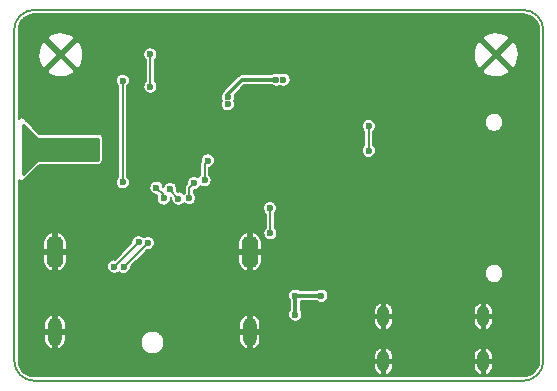
<source format=gbl>
G04 #@! TF.GenerationSoftware,KiCad,Pcbnew,5.0.1*
G04 #@! TF.CreationDate,2019-09-04T02:10:02+02:00*
G04 #@! TF.ProjectId,OtterScreen,4F7474657253637265656E2E6B696361,rev?*
G04 #@! TF.SameCoordinates,Original*
G04 #@! TF.FileFunction,Copper,L2,Bot,Signal*
G04 #@! TF.FilePolarity,Positive*
%FSLAX46Y46*%
G04 Gerber Fmt 4.6, Leading zero omitted, Abs format (unit mm)*
G04 Created by KiCad (PCBNEW 5.0.1) date Wed 04 Sep 2019 02:10:02 AM CEST*
%MOMM*%
%LPD*%
G01*
G04 APERTURE LIST*
G04 #@! TA.AperFunction,NonConductor*
%ADD10C,0.150000*%
G04 #@! TD*
G04 #@! TA.AperFunction,ComponentPad*
%ADD11O,1.400000X2.800000*%
G04 #@! TD*
G04 #@! TA.AperFunction,ComponentPad*
%ADD12O,1.200000X2.400000*%
G04 #@! TD*
G04 #@! TA.AperFunction,ComponentPad*
%ADD13O,1.000000X1.800000*%
G04 #@! TD*
G04 #@! TA.AperFunction,ViaPad*
%ADD14C,0.600000*%
G04 #@! TD*
G04 #@! TA.AperFunction,Conductor*
%ADD15C,0.154000*%
G04 #@! TD*
G04 #@! TA.AperFunction,Conductor*
%ADD16C,0.300000*%
G04 #@! TD*
G04 #@! TA.AperFunction,Conductor*
%ADD17C,0.254000*%
G04 #@! TD*
G04 #@! TA.AperFunction,Conductor*
%ADD18C,0.200000*%
G04 #@! TD*
G04 APERTURE END LIST*
D10*
X164099999Y-114200001D02*
G75*
G02X165800000Y-115900000I1J-1700000D01*
G01*
X121000001Y-115900001D02*
G75*
G02X122700000Y-114200000I1700000J1D01*
G01*
X122700001Y-145599999D02*
G75*
G02X121000000Y-143900000I-1J1700000D01*
G01*
X165800000Y-143900000D02*
G75*
G02X164100000Y-145600000I-1700000J0D01*
G01*
X164100000Y-145600000D02*
X136200000Y-145600000D01*
X165800000Y-115900000D02*
X165800000Y-143900000D01*
X122700000Y-114200000D02*
X164099999Y-114200001D01*
X121000000Y-143900000D02*
X121000001Y-115900001D01*
X136200000Y-145600000D02*
X122700001Y-145599999D01*
D11*
G04 #@! TO.P,J1,S1*
G04 #@! TO.N,GND*
X124450000Y-134690000D03*
D12*
G04 #@! TO.P,J1,S3*
X124450000Y-141470000D03*
D11*
G04 #@! TO.P,J1,S2*
X140950000Y-134690000D03*
D12*
G04 #@! TO.P,J1,S4*
X140950000Y-141470000D03*
G04 #@! TD*
D13*
G04 #@! TO.P,J2,7*
G04 #@! TO.N,GND*
X152270000Y-140150000D03*
X160730000Y-140150000D03*
X152270000Y-143950000D03*
X160730000Y-143950000D03*
G04 #@! TD*
D14*
G04 #@! TO.N,GND*
X143020000Y-124200000D03*
X142070000Y-124200000D03*
X151020000Y-117660000D03*
X151000000Y-118540000D03*
X137800000Y-143400000D03*
X139280000Y-131370000D03*
X136880000Y-133870000D03*
X134720000Y-133840000D03*
X143420000Y-136890000D03*
X143640000Y-134430000D03*
X146480000Y-139310000D03*
X148770000Y-136970000D03*
X148790000Y-139380000D03*
X147050000Y-141370000D03*
X144450000Y-142310000D03*
X154600000Y-135940000D03*
X155560000Y-127670000D03*
X149780000Y-126220000D03*
X145650000Y-126410000D03*
X145510000Y-130130000D03*
X139150000Y-128060000D03*
X137950000Y-125070000D03*
X137950000Y-122630000D03*
X137950000Y-120590000D03*
X138190000Y-127660000D03*
X140330000Y-117860000D03*
X142410000Y-117810000D03*
X144890000Y-117800000D03*
X138140000Y-117760000D03*
X133700000Y-117740000D03*
X130120000Y-117720000D03*
X131740000Y-118200000D03*
X130000000Y-115040000D03*
X133430000Y-114980000D03*
X136990000Y-115070000D03*
X139050000Y-114980000D03*
X126070000Y-123780000D03*
X128990000Y-122980000D03*
X127500000Y-123760000D03*
X122170000Y-123400000D03*
X124200000Y-122040000D03*
X126070000Y-127960000D03*
X128460000Y-128710000D03*
X127460000Y-131860000D03*
X127860000Y-133310000D03*
X124180000Y-132240000D03*
X122250000Y-129530000D03*
X122190000Y-131360000D03*
X127920000Y-136260000D03*
X125690000Y-138150000D03*
X126240000Y-140610000D03*
X129870000Y-137770000D03*
X132740000Y-136510000D03*
X136670000Y-136490000D03*
X139270000Y-135950000D03*
X140380000Y-137860000D03*
X149230000Y-143720000D03*
X163500000Y-140490000D03*
X163600000Y-144170000D03*
X155210000Y-137480000D03*
X153710000Y-138740000D03*
X159180000Y-138490000D03*
X158130000Y-126080000D03*
X158130000Y-130240000D03*
X158130000Y-134390000D03*
X159450000Y-122220000D03*
X155880000Y-122920000D03*
X152630000Y-123020000D03*
X149430000Y-123620000D03*
X146400000Y-123640000D03*
X145710000Y-119920000D03*
X147100000Y-114960000D03*
X153250000Y-115030000D03*
X156080000Y-115070000D03*
X158420000Y-116290000D03*
X154830000Y-121130000D03*
X147600000Y-119720000D03*
X147550000Y-118510000D03*
X141470000Y-120840000D03*
G04 #@! TO.N,+3V3*
X125800000Y-126000000D03*
X126600000Y-126000000D03*
X127400000Y-126000000D03*
G04 #@! TO.N,HPD*
X130200000Y-128800000D03*
X130200000Y-120200000D03*
G04 #@! TO.N,Net-(J1-Pad13)*
X132330000Y-133930000D03*
X130280000Y-135960000D03*
G04 #@! TO.N,Net-(J1-Pad14)*
X131530000Y-133880000D03*
X129470000Y-135930000D03*
G04 #@! TO.N,+5V*
X144800000Y-140000000D03*
X144800000Y-138400000D03*
X147000000Y-138400008D03*
G04 #@! TO.N,L3_P*
X137128990Y-128620000D03*
X137404010Y-126950000D03*
G04 #@! TO.N,L0_N*
X133040000Y-129250000D03*
X133663219Y-130163494D03*
G04 #@! TO.N,L1_N*
X134913468Y-130173379D03*
X134200000Y-129360000D03*
G04 #@! TO.N,L2_P*
X135820000Y-130130000D03*
X136221010Y-128860001D03*
G04 #@! TO.N,AUX_P*
X132530000Y-120690000D03*
X132530000Y-117970000D03*
G04 #@! TO.N,LEDA1*
X143800000Y-120100000D03*
X143200000Y-120100000D03*
X139100000Y-121600000D03*
X139100000Y-122200000D03*
G04 #@! TO.N,PWM*
X142690000Y-133110000D03*
X142660000Y-130980000D03*
X151030000Y-126130000D03*
X151030000Y-124030000D03*
G04 #@! TD*
D15*
G04 #@! TO.N,HPD*
X130200000Y-128800000D02*
X130200000Y-120200000D01*
G04 #@! TO.N,Net-(J1-Pad13)*
X132330000Y-133930000D02*
X130300000Y-135960000D01*
X130300000Y-135960000D02*
X130280000Y-135960000D01*
G04 #@! TO.N,Net-(J1-Pad14)*
X131530000Y-133880000D02*
X129480000Y-135930000D01*
X129480000Y-135930000D02*
X129470000Y-135930000D01*
D16*
G04 #@! TO.N,+5V*
X144800000Y-140000000D02*
X144800000Y-138400000D01*
X146999992Y-138400000D02*
X147000000Y-138400008D01*
X144800000Y-138400000D02*
X146999992Y-138400000D01*
D15*
G04 #@! TO.N,L3_P*
X137128990Y-128620000D02*
X137128990Y-127225020D01*
X137128990Y-127225020D02*
X137404010Y-126950000D01*
G04 #@! TO.N,L0_N*
X133663219Y-129873219D02*
X133663219Y-130163494D01*
X133040000Y-129250000D02*
X133663219Y-129873219D01*
G04 #@! TO.N,L1_N*
X134200000Y-129459911D02*
X134200000Y-129360000D01*
X134913468Y-130173379D02*
X134200000Y-129459911D01*
G04 #@! TO.N,L2_P*
X135820000Y-129261011D02*
X135921011Y-129160000D01*
X135820000Y-130130000D02*
X135820000Y-129261011D01*
X135921011Y-129160000D02*
X136221010Y-128860001D01*
G04 #@! TO.N,AUX_P*
X132530000Y-120690000D02*
X132530000Y-117970000D01*
D16*
G04 #@! TO.N,LEDA1*
X143200000Y-120100000D02*
X140300000Y-120100000D01*
X140300000Y-120100000D02*
X139100000Y-121300000D01*
X139100000Y-121300000D02*
X139100000Y-121600000D01*
D15*
G04 #@! TO.N,PWM*
X142690000Y-133110000D02*
X142690000Y-131010000D01*
X142690000Y-131010000D02*
X142660000Y-130980000D01*
X151030000Y-126130000D02*
X151030000Y-124030000D01*
G04 #@! TD*
D17*
G04 #@! TO.N,+3V3*
G36*
X122910197Y-125089803D02*
X122951399Y-125117333D01*
X123000000Y-125127000D01*
X128073000Y-125127000D01*
X128073000Y-126873000D01*
X123000000Y-126873000D01*
X122951399Y-126882667D01*
X122910197Y-126910197D01*
X121727000Y-128093394D01*
X121727000Y-123906606D01*
X122910197Y-125089803D01*
X122910197Y-125089803D01*
G37*
X122910197Y-125089803D02*
X122951399Y-125117333D01*
X123000000Y-125127000D01*
X128073000Y-125127000D01*
X128073000Y-126873000D01*
X123000000Y-126873000D01*
X122951399Y-126882667D01*
X122910197Y-126910197D01*
X121727000Y-128093394D01*
X121727000Y-123906606D01*
X122910197Y-125089803D01*
D18*
G04 #@! TO.N,GND*
G36*
X164081662Y-114575001D02*
X164357009Y-114601999D01*
X164604234Y-114676640D01*
X164832251Y-114797879D01*
X165032373Y-114961095D01*
X165196984Y-115160077D01*
X165319812Y-115387242D01*
X165396175Y-115633931D01*
X165425000Y-115908179D01*
X165425001Y-143881653D01*
X165398002Y-144157008D01*
X165323360Y-144404235D01*
X165202125Y-144632246D01*
X165038904Y-144832374D01*
X164839927Y-144996982D01*
X164612759Y-145119811D01*
X164366068Y-145196175D01*
X164091821Y-145225000D01*
X136181581Y-145225000D01*
X136181571Y-145225001D01*
X122718338Y-145224999D01*
X122442991Y-145198001D01*
X122195767Y-145123360D01*
X121967755Y-145002125D01*
X121767627Y-144838904D01*
X121603017Y-144639925D01*
X121480189Y-144412761D01*
X121403825Y-144166068D01*
X121396881Y-144100000D01*
X151470000Y-144100000D01*
X151470000Y-144500000D01*
X151514635Y-144653190D01*
X151588299Y-144794729D01*
X151688160Y-144919177D01*
X151810381Y-145021752D01*
X151950265Y-145098512D01*
X151998919Y-145102672D01*
X152120000Y-145059313D01*
X152120000Y-144100000D01*
X152420000Y-144100000D01*
X152420000Y-145059313D01*
X152541081Y-145102672D01*
X152589735Y-145098512D01*
X152729619Y-145021752D01*
X152851840Y-144919177D01*
X152951701Y-144794729D01*
X153025365Y-144653190D01*
X153070000Y-144500000D01*
X153070000Y-144100000D01*
X159930000Y-144100000D01*
X159930000Y-144500000D01*
X159974635Y-144653190D01*
X160048299Y-144794729D01*
X160148160Y-144919177D01*
X160270381Y-145021752D01*
X160410265Y-145098512D01*
X160458919Y-145102672D01*
X160580000Y-145059313D01*
X160580000Y-144100000D01*
X160880000Y-144100000D01*
X160880000Y-145059313D01*
X161001081Y-145102672D01*
X161049735Y-145098512D01*
X161189619Y-145021752D01*
X161311840Y-144919177D01*
X161411701Y-144794729D01*
X161485365Y-144653190D01*
X161530000Y-144500000D01*
X161530000Y-144100000D01*
X160880000Y-144100000D01*
X160580000Y-144100000D01*
X159930000Y-144100000D01*
X153070000Y-144100000D01*
X152420000Y-144100000D01*
X152120000Y-144100000D01*
X151470000Y-144100000D01*
X121396881Y-144100000D01*
X121374999Y-143891812D01*
X121374999Y-143400000D01*
X151470000Y-143400000D01*
X151470000Y-143800000D01*
X152120000Y-143800000D01*
X152120000Y-142840687D01*
X152420000Y-142840687D01*
X152420000Y-143800000D01*
X153070000Y-143800000D01*
X153070000Y-143400000D01*
X159930000Y-143400000D01*
X159930000Y-143800000D01*
X160580000Y-143800000D01*
X160580000Y-142840687D01*
X160880000Y-142840687D01*
X160880000Y-143800000D01*
X161530000Y-143800000D01*
X161530000Y-143400000D01*
X161485365Y-143246810D01*
X161411701Y-143105271D01*
X161311840Y-142980823D01*
X161189619Y-142878248D01*
X161049735Y-142801488D01*
X161001081Y-142797328D01*
X160880000Y-142840687D01*
X160580000Y-142840687D01*
X160458919Y-142797328D01*
X160410265Y-142801488D01*
X160270381Y-142878248D01*
X160148160Y-142980823D01*
X160048299Y-143105271D01*
X159974635Y-143246810D01*
X159930000Y-143400000D01*
X153070000Y-143400000D01*
X153025365Y-143246810D01*
X152951701Y-143105271D01*
X152851840Y-142980823D01*
X152729619Y-142878248D01*
X152589735Y-142801488D01*
X152541081Y-142797328D01*
X152420000Y-142840687D01*
X152120000Y-142840687D01*
X151998919Y-142797328D01*
X151950265Y-142801488D01*
X151810381Y-142878248D01*
X151688160Y-142980823D01*
X151588299Y-143105271D01*
X151514635Y-143246810D01*
X151470000Y-143400000D01*
X121374999Y-143400000D01*
X121374999Y-141620000D01*
X123550000Y-141620000D01*
X123550000Y-142220000D01*
X123596557Y-142392699D01*
X123675911Y-142552997D01*
X123785013Y-142694734D01*
X123919670Y-142812462D01*
X124074707Y-142901658D01*
X124163025Y-142923021D01*
X124300000Y-142881249D01*
X124300000Y-141620000D01*
X124600000Y-141620000D01*
X124600000Y-142881249D01*
X124736975Y-142923021D01*
X124825293Y-142901658D01*
X124980330Y-142812462D01*
X125114987Y-142694734D01*
X125224089Y-142552997D01*
X125303443Y-142392699D01*
X125336113Y-142271509D01*
X131700000Y-142271509D01*
X131700000Y-142468491D01*
X131738429Y-142661689D01*
X131813811Y-142843678D01*
X131923249Y-143007463D01*
X132062537Y-143146751D01*
X132226322Y-143256189D01*
X132408311Y-143331571D01*
X132601509Y-143370000D01*
X132798491Y-143370000D01*
X132991689Y-143331571D01*
X133173678Y-143256189D01*
X133337463Y-143146751D01*
X133476751Y-143007463D01*
X133586189Y-142843678D01*
X133661571Y-142661689D01*
X133700000Y-142468491D01*
X133700000Y-142271509D01*
X133661571Y-142078311D01*
X133586189Y-141896322D01*
X133476751Y-141732537D01*
X133364214Y-141620000D01*
X140050000Y-141620000D01*
X140050000Y-142220000D01*
X140096557Y-142392699D01*
X140175911Y-142552997D01*
X140285013Y-142694734D01*
X140419670Y-142812462D01*
X140574707Y-142901658D01*
X140663025Y-142923021D01*
X140800000Y-142881249D01*
X140800000Y-141620000D01*
X141100000Y-141620000D01*
X141100000Y-142881249D01*
X141236975Y-142923021D01*
X141325293Y-142901658D01*
X141480330Y-142812462D01*
X141614987Y-142694734D01*
X141724089Y-142552997D01*
X141803443Y-142392699D01*
X141850000Y-142220000D01*
X141850000Y-141620000D01*
X141100000Y-141620000D01*
X140800000Y-141620000D01*
X140050000Y-141620000D01*
X133364214Y-141620000D01*
X133337463Y-141593249D01*
X133173678Y-141483811D01*
X132991689Y-141408429D01*
X132798491Y-141370000D01*
X132601509Y-141370000D01*
X132408311Y-141408429D01*
X132226322Y-141483811D01*
X132062537Y-141593249D01*
X131923249Y-141732537D01*
X131813811Y-141896322D01*
X131738429Y-142078311D01*
X131700000Y-142271509D01*
X125336113Y-142271509D01*
X125350000Y-142220000D01*
X125350000Y-141620000D01*
X124600000Y-141620000D01*
X124300000Y-141620000D01*
X123550000Y-141620000D01*
X121374999Y-141620000D01*
X121374999Y-140720000D01*
X123550000Y-140720000D01*
X123550000Y-141320000D01*
X124300000Y-141320000D01*
X124300000Y-140058751D01*
X124600000Y-140058751D01*
X124600000Y-141320000D01*
X125350000Y-141320000D01*
X125350000Y-140720000D01*
X140050000Y-140720000D01*
X140050000Y-141320000D01*
X140800000Y-141320000D01*
X140800000Y-140058751D01*
X141100000Y-140058751D01*
X141100000Y-141320000D01*
X141850000Y-141320000D01*
X141850000Y-140720000D01*
X141803443Y-140547301D01*
X141724089Y-140387003D01*
X141614987Y-140245266D01*
X141480330Y-140127538D01*
X141325293Y-140038342D01*
X141236975Y-140016979D01*
X141100000Y-140058751D01*
X140800000Y-140058751D01*
X140663025Y-140016979D01*
X140574707Y-140038342D01*
X140419670Y-140127538D01*
X140285013Y-140245266D01*
X140175911Y-140387003D01*
X140096557Y-140547301D01*
X140050000Y-140720000D01*
X125350000Y-140720000D01*
X125303443Y-140547301D01*
X125224089Y-140387003D01*
X125114987Y-140245266D01*
X124980330Y-140127538D01*
X124825293Y-140038342D01*
X124736975Y-140016979D01*
X124600000Y-140058751D01*
X124300000Y-140058751D01*
X124163025Y-140016979D01*
X124074707Y-140038342D01*
X123919670Y-140127538D01*
X123785013Y-140245266D01*
X123675911Y-140387003D01*
X123596557Y-140547301D01*
X123550000Y-140720000D01*
X121374999Y-140720000D01*
X121374999Y-138340905D01*
X144200000Y-138340905D01*
X144200000Y-138459095D01*
X144223058Y-138575014D01*
X144268287Y-138684207D01*
X144333950Y-138782478D01*
X144350001Y-138798529D01*
X144350000Y-139601472D01*
X144333950Y-139617522D01*
X144268287Y-139715793D01*
X144223058Y-139824986D01*
X144200000Y-139940905D01*
X144200000Y-140059095D01*
X144223058Y-140175014D01*
X144268287Y-140284207D01*
X144333950Y-140382478D01*
X144417522Y-140466050D01*
X144515793Y-140531713D01*
X144624986Y-140576942D01*
X144740905Y-140600000D01*
X144859095Y-140600000D01*
X144975014Y-140576942D01*
X145084207Y-140531713D01*
X145182478Y-140466050D01*
X145266050Y-140382478D01*
X145321160Y-140300000D01*
X151470000Y-140300000D01*
X151470000Y-140700000D01*
X151514635Y-140853190D01*
X151588299Y-140994729D01*
X151688160Y-141119177D01*
X151810381Y-141221752D01*
X151950265Y-141298512D01*
X151998919Y-141302672D01*
X152120000Y-141259313D01*
X152120000Y-140300000D01*
X152420000Y-140300000D01*
X152420000Y-141259313D01*
X152541081Y-141302672D01*
X152589735Y-141298512D01*
X152729619Y-141221752D01*
X152851840Y-141119177D01*
X152951701Y-140994729D01*
X153025365Y-140853190D01*
X153070000Y-140700000D01*
X153070000Y-140300000D01*
X159930000Y-140300000D01*
X159930000Y-140700000D01*
X159974635Y-140853190D01*
X160048299Y-140994729D01*
X160148160Y-141119177D01*
X160270381Y-141221752D01*
X160410265Y-141298512D01*
X160458919Y-141302672D01*
X160580000Y-141259313D01*
X160580000Y-140300000D01*
X160880000Y-140300000D01*
X160880000Y-141259313D01*
X161001081Y-141302672D01*
X161049735Y-141298512D01*
X161189619Y-141221752D01*
X161311840Y-141119177D01*
X161411701Y-140994729D01*
X161485365Y-140853190D01*
X161530000Y-140700000D01*
X161530000Y-140300000D01*
X160880000Y-140300000D01*
X160580000Y-140300000D01*
X159930000Y-140300000D01*
X153070000Y-140300000D01*
X152420000Y-140300000D01*
X152120000Y-140300000D01*
X151470000Y-140300000D01*
X145321160Y-140300000D01*
X145331713Y-140284207D01*
X145376942Y-140175014D01*
X145400000Y-140059095D01*
X145400000Y-139940905D01*
X145376942Y-139824986D01*
X145331713Y-139715793D01*
X145266050Y-139617522D01*
X145250000Y-139601472D01*
X145250000Y-139600000D01*
X151470000Y-139600000D01*
X151470000Y-140000000D01*
X152120000Y-140000000D01*
X152120000Y-139040687D01*
X152420000Y-139040687D01*
X152420000Y-140000000D01*
X153070000Y-140000000D01*
X153070000Y-139600000D01*
X159930000Y-139600000D01*
X159930000Y-140000000D01*
X160580000Y-140000000D01*
X160580000Y-139040687D01*
X160880000Y-139040687D01*
X160880000Y-140000000D01*
X161530000Y-140000000D01*
X161530000Y-139600000D01*
X161485365Y-139446810D01*
X161411701Y-139305271D01*
X161311840Y-139180823D01*
X161189619Y-139078248D01*
X161049735Y-139001488D01*
X161001081Y-138997328D01*
X160880000Y-139040687D01*
X160580000Y-139040687D01*
X160458919Y-138997328D01*
X160410265Y-139001488D01*
X160270381Y-139078248D01*
X160148160Y-139180823D01*
X160048299Y-139305271D01*
X159974635Y-139446810D01*
X159930000Y-139600000D01*
X153070000Y-139600000D01*
X153025365Y-139446810D01*
X152951701Y-139305271D01*
X152851840Y-139180823D01*
X152729619Y-139078248D01*
X152589735Y-139001488D01*
X152541081Y-138997328D01*
X152420000Y-139040687D01*
X152120000Y-139040687D01*
X151998919Y-138997328D01*
X151950265Y-139001488D01*
X151810381Y-139078248D01*
X151688160Y-139180823D01*
X151588299Y-139305271D01*
X151514635Y-139446810D01*
X151470000Y-139600000D01*
X145250000Y-139600000D01*
X145250000Y-138850000D01*
X146601464Y-138850000D01*
X146617522Y-138866058D01*
X146715793Y-138931721D01*
X146824986Y-138976950D01*
X146940905Y-139000008D01*
X147059095Y-139000008D01*
X147175014Y-138976950D01*
X147284207Y-138931721D01*
X147382478Y-138866058D01*
X147466050Y-138782486D01*
X147531713Y-138684215D01*
X147576942Y-138575022D01*
X147600000Y-138459103D01*
X147600000Y-138340913D01*
X147576942Y-138224994D01*
X147531713Y-138115801D01*
X147466050Y-138017530D01*
X147382478Y-137933958D01*
X147284207Y-137868295D01*
X147175014Y-137823066D01*
X147059095Y-137800008D01*
X146940905Y-137800008D01*
X146824986Y-137823066D01*
X146715793Y-137868295D01*
X146617522Y-137933958D01*
X146601480Y-137950000D01*
X145198528Y-137950000D01*
X145182478Y-137933950D01*
X145084207Y-137868287D01*
X144975014Y-137823058D01*
X144859095Y-137800000D01*
X144740905Y-137800000D01*
X144624986Y-137823058D01*
X144515793Y-137868287D01*
X144417522Y-137933950D01*
X144333950Y-138017522D01*
X144268287Y-138115793D01*
X144223058Y-138224986D01*
X144200000Y-138340905D01*
X121374999Y-138340905D01*
X121374999Y-134840000D01*
X123450000Y-134840000D01*
X123450000Y-135540000D01*
X123498478Y-135732208D01*
X123583523Y-135911265D01*
X123701866Y-136070290D01*
X123848959Y-136203172D01*
X124019150Y-136304804D01*
X124147182Y-136343048D01*
X124300000Y-136302757D01*
X124300000Y-134840000D01*
X124600000Y-134840000D01*
X124600000Y-136302757D01*
X124752818Y-136343048D01*
X124880850Y-136304804D01*
X125051041Y-136203172D01*
X125198134Y-136070290D01*
X125316477Y-135911265D01*
X125335646Y-135870905D01*
X128870000Y-135870905D01*
X128870000Y-135989095D01*
X128893058Y-136105014D01*
X128938287Y-136214207D01*
X129003950Y-136312478D01*
X129087522Y-136396050D01*
X129185793Y-136461713D01*
X129294986Y-136506942D01*
X129410905Y-136530000D01*
X129529095Y-136530000D01*
X129645014Y-136506942D01*
X129754207Y-136461713D01*
X129852478Y-136396050D01*
X129860000Y-136388528D01*
X129897522Y-136426050D01*
X129995793Y-136491713D01*
X130104986Y-136536942D01*
X130220905Y-136560000D01*
X130339095Y-136560000D01*
X130455014Y-136536942D01*
X130564207Y-136491713D01*
X130654760Y-136431207D01*
X160830000Y-136431207D01*
X160830000Y-136588793D01*
X160860743Y-136743351D01*
X160921049Y-136888942D01*
X161008599Y-137019970D01*
X161120030Y-137131401D01*
X161251058Y-137218951D01*
X161396649Y-137279257D01*
X161551207Y-137310000D01*
X161708793Y-137310000D01*
X161863351Y-137279257D01*
X162008942Y-137218951D01*
X162139970Y-137131401D01*
X162251401Y-137019970D01*
X162338951Y-136888942D01*
X162399257Y-136743351D01*
X162430000Y-136588793D01*
X162430000Y-136431207D01*
X162399257Y-136276649D01*
X162338951Y-136131058D01*
X162251401Y-136000030D01*
X162139970Y-135888599D01*
X162008942Y-135801049D01*
X161863351Y-135740743D01*
X161708793Y-135710000D01*
X161551207Y-135710000D01*
X161396649Y-135740743D01*
X161251058Y-135801049D01*
X161120030Y-135888599D01*
X161008599Y-136000030D01*
X160921049Y-136131058D01*
X160860743Y-136276649D01*
X160830000Y-136431207D01*
X130654760Y-136431207D01*
X130662478Y-136426050D01*
X130746050Y-136342478D01*
X130811713Y-136244207D01*
X130856942Y-136135014D01*
X130880000Y-136019095D01*
X130880000Y-135913158D01*
X131953158Y-134840000D01*
X139950000Y-134840000D01*
X139950000Y-135540000D01*
X139998478Y-135732208D01*
X140083523Y-135911265D01*
X140201866Y-136070290D01*
X140348959Y-136203172D01*
X140519150Y-136304804D01*
X140647182Y-136343048D01*
X140800000Y-136302757D01*
X140800000Y-134840000D01*
X141100000Y-134840000D01*
X141100000Y-136302757D01*
X141252818Y-136343048D01*
X141380850Y-136304804D01*
X141551041Y-136203172D01*
X141698134Y-136070290D01*
X141816477Y-135911265D01*
X141901522Y-135732208D01*
X141950000Y-135540000D01*
X141950000Y-134840000D01*
X141100000Y-134840000D01*
X140800000Y-134840000D01*
X139950000Y-134840000D01*
X131953158Y-134840000D01*
X132264444Y-134528715D01*
X132270905Y-134530000D01*
X132389095Y-134530000D01*
X132505014Y-134506942D01*
X132614207Y-134461713D01*
X132712478Y-134396050D01*
X132796050Y-134312478D01*
X132861713Y-134214207D01*
X132906942Y-134105014D01*
X132930000Y-133989095D01*
X132930000Y-133870905D01*
X132923853Y-133840000D01*
X139950000Y-133840000D01*
X139950000Y-134540000D01*
X140800000Y-134540000D01*
X140800000Y-133077243D01*
X141100000Y-133077243D01*
X141100000Y-134540000D01*
X141950000Y-134540000D01*
X141950000Y-133840000D01*
X141901522Y-133647792D01*
X141816477Y-133468735D01*
X141698134Y-133309710D01*
X141551041Y-133176828D01*
X141380850Y-133075196D01*
X141252818Y-133036952D01*
X141100000Y-133077243D01*
X140800000Y-133077243D01*
X140647182Y-133036952D01*
X140519150Y-133075196D01*
X140348959Y-133176828D01*
X140201866Y-133309710D01*
X140083523Y-133468735D01*
X139998478Y-133647792D01*
X139950000Y-133840000D01*
X132923853Y-133840000D01*
X132906942Y-133754986D01*
X132861713Y-133645793D01*
X132796050Y-133547522D01*
X132712478Y-133463950D01*
X132614207Y-133398287D01*
X132505014Y-133353058D01*
X132389095Y-133330000D01*
X132270905Y-133330000D01*
X132154986Y-133353058D01*
X132045793Y-133398287D01*
X131956487Y-133457959D01*
X131912478Y-133413950D01*
X131814207Y-133348287D01*
X131705014Y-133303058D01*
X131589095Y-133280000D01*
X131470905Y-133280000D01*
X131354986Y-133303058D01*
X131245793Y-133348287D01*
X131147522Y-133413950D01*
X131063950Y-133497522D01*
X130998287Y-133595793D01*
X130953058Y-133704986D01*
X130930000Y-133820905D01*
X130930000Y-133939095D01*
X130931285Y-133945556D01*
X129543897Y-135332944D01*
X129529095Y-135330000D01*
X129410905Y-135330000D01*
X129294986Y-135353058D01*
X129185793Y-135398287D01*
X129087522Y-135463950D01*
X129003950Y-135547522D01*
X128938287Y-135645793D01*
X128893058Y-135754986D01*
X128870000Y-135870905D01*
X125335646Y-135870905D01*
X125401522Y-135732208D01*
X125450000Y-135540000D01*
X125450000Y-134840000D01*
X124600000Y-134840000D01*
X124300000Y-134840000D01*
X123450000Y-134840000D01*
X121374999Y-134840000D01*
X121374999Y-133840000D01*
X123450000Y-133840000D01*
X123450000Y-134540000D01*
X124300000Y-134540000D01*
X124300000Y-133077243D01*
X124600000Y-133077243D01*
X124600000Y-134540000D01*
X125450000Y-134540000D01*
X125450000Y-133840000D01*
X125401522Y-133647792D01*
X125316477Y-133468735D01*
X125198134Y-133309710D01*
X125051041Y-133176828D01*
X124880850Y-133075196D01*
X124752818Y-133036952D01*
X124600000Y-133077243D01*
X124300000Y-133077243D01*
X124147182Y-133036952D01*
X124019150Y-133075196D01*
X123848959Y-133176828D01*
X123701866Y-133309710D01*
X123583523Y-133468735D01*
X123498478Y-133647792D01*
X123450000Y-133840000D01*
X121374999Y-133840000D01*
X121374999Y-130920905D01*
X142060000Y-130920905D01*
X142060000Y-131039095D01*
X142083058Y-131155014D01*
X142128287Y-131264207D01*
X142193950Y-131362478D01*
X142277522Y-131446050D01*
X142313001Y-131469756D01*
X142313000Y-132640290D01*
X142307522Y-132643950D01*
X142223950Y-132727522D01*
X142158287Y-132825793D01*
X142113058Y-132934986D01*
X142090000Y-133050905D01*
X142090000Y-133169095D01*
X142113058Y-133285014D01*
X142158287Y-133394207D01*
X142223950Y-133492478D01*
X142307522Y-133576050D01*
X142405793Y-133641713D01*
X142514986Y-133686942D01*
X142630905Y-133710000D01*
X142749095Y-133710000D01*
X142865014Y-133686942D01*
X142974207Y-133641713D01*
X143072478Y-133576050D01*
X143156050Y-133492478D01*
X143221713Y-133394207D01*
X143266942Y-133285014D01*
X143290000Y-133169095D01*
X143290000Y-133050905D01*
X143266942Y-132934986D01*
X143221713Y-132825793D01*
X143156050Y-132727522D01*
X143072478Y-132643950D01*
X143067000Y-132640290D01*
X143067000Y-131421528D01*
X143126050Y-131362478D01*
X143191713Y-131264207D01*
X143236942Y-131155014D01*
X143260000Y-131039095D01*
X143260000Y-130920905D01*
X143236942Y-130804986D01*
X143191713Y-130695793D01*
X143126050Y-130597522D01*
X143042478Y-130513950D01*
X142944207Y-130448287D01*
X142835014Y-130403058D01*
X142719095Y-130380000D01*
X142600905Y-130380000D01*
X142484986Y-130403058D01*
X142375793Y-130448287D01*
X142277522Y-130513950D01*
X142193950Y-130597522D01*
X142128287Y-130695793D01*
X142083058Y-130804986D01*
X142060000Y-130920905D01*
X121374999Y-130920905D01*
X121375000Y-128592874D01*
X121387868Y-128612132D01*
X121485195Y-128677164D01*
X121600000Y-128700000D01*
X121714805Y-128677164D01*
X121812132Y-128612132D01*
X123124264Y-127300000D01*
X128200000Y-127300000D01*
X128314805Y-127277164D01*
X128412132Y-127212132D01*
X128477164Y-127114805D01*
X128500000Y-127000000D01*
X128500000Y-125000000D01*
X128477164Y-124885195D01*
X128412132Y-124787868D01*
X128314805Y-124722836D01*
X128200000Y-124700000D01*
X123124264Y-124700000D01*
X121812132Y-123387868D01*
X121714805Y-123322836D01*
X121600000Y-123300000D01*
X121485195Y-123322836D01*
X121387868Y-123387868D01*
X121375000Y-123407126D01*
X121375000Y-120140905D01*
X129600000Y-120140905D01*
X129600000Y-120259095D01*
X129623058Y-120375014D01*
X129668287Y-120484207D01*
X129733950Y-120582478D01*
X129817522Y-120666050D01*
X129823001Y-120669711D01*
X129823000Y-128330290D01*
X129817522Y-128333950D01*
X129733950Y-128417522D01*
X129668287Y-128515793D01*
X129623058Y-128624986D01*
X129600000Y-128740905D01*
X129600000Y-128859095D01*
X129623058Y-128975014D01*
X129668287Y-129084207D01*
X129733950Y-129182478D01*
X129817522Y-129266050D01*
X129915793Y-129331713D01*
X130024986Y-129376942D01*
X130140905Y-129400000D01*
X130259095Y-129400000D01*
X130375014Y-129376942D01*
X130484207Y-129331713D01*
X130582478Y-129266050D01*
X130657623Y-129190905D01*
X132440000Y-129190905D01*
X132440000Y-129309095D01*
X132463058Y-129425014D01*
X132508287Y-129534207D01*
X132573950Y-129632478D01*
X132657522Y-129716050D01*
X132755793Y-129781713D01*
X132864986Y-129826942D01*
X132980905Y-129850000D01*
X133099095Y-129850000D01*
X133105556Y-129848715D01*
X133133357Y-129876516D01*
X133131506Y-129879287D01*
X133086277Y-129988480D01*
X133063219Y-130104399D01*
X133063219Y-130222589D01*
X133086277Y-130338508D01*
X133131506Y-130447701D01*
X133197169Y-130545972D01*
X133280741Y-130629544D01*
X133379012Y-130695207D01*
X133488205Y-130740436D01*
X133604124Y-130763494D01*
X133722314Y-130763494D01*
X133838233Y-130740436D01*
X133947426Y-130695207D01*
X134045697Y-130629544D01*
X134129269Y-130545972D01*
X134194932Y-130447701D01*
X134240161Y-130338508D01*
X134263219Y-130222589D01*
X134263219Y-130104399D01*
X134251273Y-130044342D01*
X134314753Y-130107823D01*
X134313468Y-130114284D01*
X134313468Y-130232474D01*
X134336526Y-130348393D01*
X134381755Y-130457586D01*
X134447418Y-130555857D01*
X134530990Y-130639429D01*
X134629261Y-130705092D01*
X134738454Y-130750321D01*
X134854373Y-130773379D01*
X134972563Y-130773379D01*
X135088482Y-130750321D01*
X135197675Y-130705092D01*
X135295946Y-130639429D01*
X135379518Y-130555857D01*
X135386652Y-130545180D01*
X135437522Y-130596050D01*
X135535793Y-130661713D01*
X135644986Y-130706942D01*
X135760905Y-130730000D01*
X135879095Y-130730000D01*
X135995014Y-130706942D01*
X136104207Y-130661713D01*
X136202478Y-130596050D01*
X136286050Y-130512478D01*
X136351713Y-130414207D01*
X136396942Y-130305014D01*
X136420000Y-130189095D01*
X136420000Y-130070905D01*
X136396942Y-129954986D01*
X136351713Y-129845793D01*
X136286050Y-129747522D01*
X136202478Y-129663950D01*
X136197000Y-129660290D01*
X136197000Y-129460001D01*
X136280105Y-129460001D01*
X136396024Y-129436943D01*
X136505217Y-129391714D01*
X136603488Y-129326051D01*
X136687060Y-129242479D01*
X136752723Y-129144208D01*
X136770244Y-129101908D01*
X136844783Y-129151713D01*
X136953976Y-129196942D01*
X137069895Y-129220000D01*
X137188085Y-129220000D01*
X137304004Y-129196942D01*
X137413197Y-129151713D01*
X137511468Y-129086050D01*
X137595040Y-129002478D01*
X137660703Y-128904207D01*
X137705932Y-128795014D01*
X137728990Y-128679095D01*
X137728990Y-128560905D01*
X137705932Y-128444986D01*
X137660703Y-128335793D01*
X137595040Y-128237522D01*
X137511468Y-128153950D01*
X137505990Y-128150290D01*
X137505990Y-127541470D01*
X137579024Y-127526942D01*
X137688217Y-127481713D01*
X137786488Y-127416050D01*
X137870060Y-127332478D01*
X137935723Y-127234207D01*
X137980952Y-127125014D01*
X138004010Y-127009095D01*
X138004010Y-126890905D01*
X137980952Y-126774986D01*
X137935723Y-126665793D01*
X137870060Y-126567522D01*
X137786488Y-126483950D01*
X137688217Y-126418287D01*
X137579024Y-126373058D01*
X137463105Y-126350000D01*
X137344915Y-126350000D01*
X137228996Y-126373058D01*
X137119803Y-126418287D01*
X137021532Y-126483950D01*
X136937960Y-126567522D01*
X136872297Y-126665793D01*
X136827068Y-126774986D01*
X136804010Y-126890905D01*
X136804010Y-127009095D01*
X136807514Y-127026710D01*
X136779002Y-127080051D01*
X136757445Y-127151115D01*
X136750167Y-127225020D01*
X136751991Y-127243542D01*
X136751990Y-128150289D01*
X136746512Y-128153950D01*
X136662940Y-128237522D01*
X136597277Y-128335793D01*
X136579756Y-128378093D01*
X136505217Y-128328288D01*
X136396024Y-128283059D01*
X136280105Y-128260001D01*
X136161915Y-128260001D01*
X136045996Y-128283059D01*
X135936803Y-128328288D01*
X135838532Y-128393951D01*
X135754960Y-128477523D01*
X135689297Y-128575794D01*
X135644068Y-128684987D01*
X135621010Y-128800906D01*
X135621010Y-128919096D01*
X135622295Y-128925558D01*
X135566514Y-128981339D01*
X135552132Y-128993142D01*
X135540329Y-129007524D01*
X135540326Y-129007527D01*
X135505020Y-129050548D01*
X135470012Y-129116042D01*
X135448455Y-129187106D01*
X135441177Y-129261011D01*
X135443001Y-129279533D01*
X135443001Y-129660289D01*
X135437522Y-129663950D01*
X135353950Y-129747522D01*
X135346816Y-129758199D01*
X135295946Y-129707329D01*
X135197675Y-129641666D01*
X135088482Y-129596437D01*
X134972563Y-129573379D01*
X134854373Y-129573379D01*
X134847912Y-129574664D01*
X134782138Y-129508891D01*
X134800000Y-129419095D01*
X134800000Y-129300905D01*
X134776942Y-129184986D01*
X134731713Y-129075793D01*
X134666050Y-128977522D01*
X134582478Y-128893950D01*
X134484207Y-128828287D01*
X134375014Y-128783058D01*
X134259095Y-128760000D01*
X134140905Y-128760000D01*
X134024986Y-128783058D01*
X133915793Y-128828287D01*
X133817522Y-128893950D01*
X133733950Y-128977522D01*
X133668287Y-129075793D01*
X133633708Y-129159274D01*
X133616942Y-129074986D01*
X133571713Y-128965793D01*
X133506050Y-128867522D01*
X133422478Y-128783950D01*
X133324207Y-128718287D01*
X133215014Y-128673058D01*
X133099095Y-128650000D01*
X132980905Y-128650000D01*
X132864986Y-128673058D01*
X132755793Y-128718287D01*
X132657522Y-128783950D01*
X132573950Y-128867522D01*
X132508287Y-128965793D01*
X132463058Y-129074986D01*
X132440000Y-129190905D01*
X130657623Y-129190905D01*
X130666050Y-129182478D01*
X130731713Y-129084207D01*
X130776942Y-128975014D01*
X130800000Y-128859095D01*
X130800000Y-128740905D01*
X130776942Y-128624986D01*
X130731713Y-128515793D01*
X130666050Y-128417522D01*
X130582478Y-128333950D01*
X130577000Y-128330290D01*
X130577000Y-123970905D01*
X150430000Y-123970905D01*
X150430000Y-124089095D01*
X150453058Y-124205014D01*
X150498287Y-124314207D01*
X150563950Y-124412478D01*
X150647522Y-124496050D01*
X150653001Y-124499711D01*
X150653000Y-125660290D01*
X150647522Y-125663950D01*
X150563950Y-125747522D01*
X150498287Y-125845793D01*
X150453058Y-125954986D01*
X150430000Y-126070905D01*
X150430000Y-126189095D01*
X150453058Y-126305014D01*
X150498287Y-126414207D01*
X150563950Y-126512478D01*
X150647522Y-126596050D01*
X150745793Y-126661713D01*
X150854986Y-126706942D01*
X150970905Y-126730000D01*
X151089095Y-126730000D01*
X151205014Y-126706942D01*
X151314207Y-126661713D01*
X151412478Y-126596050D01*
X151496050Y-126512478D01*
X151561713Y-126414207D01*
X151606942Y-126305014D01*
X151630000Y-126189095D01*
X151630000Y-126070905D01*
X151606942Y-125954986D01*
X151561713Y-125845793D01*
X151496050Y-125747522D01*
X151412478Y-125663950D01*
X151407000Y-125660290D01*
X151407000Y-124499710D01*
X151412478Y-124496050D01*
X151496050Y-124412478D01*
X151561713Y-124314207D01*
X151606942Y-124205014D01*
X151630000Y-124089095D01*
X151630000Y-123970905D01*
X151606942Y-123854986D01*
X151561713Y-123745793D01*
X151496050Y-123647522D01*
X151479735Y-123631207D01*
X160830000Y-123631207D01*
X160830000Y-123788793D01*
X160860743Y-123943351D01*
X160921049Y-124088942D01*
X161008599Y-124219970D01*
X161120030Y-124331401D01*
X161251058Y-124418951D01*
X161396649Y-124479257D01*
X161551207Y-124510000D01*
X161708793Y-124510000D01*
X161863351Y-124479257D01*
X162008942Y-124418951D01*
X162139970Y-124331401D01*
X162251401Y-124219970D01*
X162338951Y-124088942D01*
X162399257Y-123943351D01*
X162430000Y-123788793D01*
X162430000Y-123631207D01*
X162399257Y-123476649D01*
X162338951Y-123331058D01*
X162251401Y-123200030D01*
X162139970Y-123088599D01*
X162008942Y-123001049D01*
X161863351Y-122940743D01*
X161708793Y-122910000D01*
X161551207Y-122910000D01*
X161396649Y-122940743D01*
X161251058Y-123001049D01*
X161120030Y-123088599D01*
X161008599Y-123200030D01*
X160921049Y-123331058D01*
X160860743Y-123476649D01*
X160830000Y-123631207D01*
X151479735Y-123631207D01*
X151412478Y-123563950D01*
X151314207Y-123498287D01*
X151205014Y-123453058D01*
X151089095Y-123430000D01*
X150970905Y-123430000D01*
X150854986Y-123453058D01*
X150745793Y-123498287D01*
X150647522Y-123563950D01*
X150563950Y-123647522D01*
X150498287Y-123745793D01*
X150453058Y-123854986D01*
X150430000Y-123970905D01*
X130577000Y-123970905D01*
X130577000Y-121540905D01*
X138500000Y-121540905D01*
X138500000Y-121659095D01*
X138523058Y-121775014D01*
X138568287Y-121884207D01*
X138578840Y-121900000D01*
X138568287Y-121915793D01*
X138523058Y-122024986D01*
X138500000Y-122140905D01*
X138500000Y-122259095D01*
X138523058Y-122375014D01*
X138568287Y-122484207D01*
X138633950Y-122582478D01*
X138717522Y-122666050D01*
X138815793Y-122731713D01*
X138924986Y-122776942D01*
X139040905Y-122800000D01*
X139159095Y-122800000D01*
X139275014Y-122776942D01*
X139384207Y-122731713D01*
X139482478Y-122666050D01*
X139566050Y-122582478D01*
X139631713Y-122484207D01*
X139676942Y-122375014D01*
X139700000Y-122259095D01*
X139700000Y-122140905D01*
X139676942Y-122024986D01*
X139631713Y-121915793D01*
X139621160Y-121900000D01*
X139631713Y-121884207D01*
X139676942Y-121775014D01*
X139700000Y-121659095D01*
X139700000Y-121540905D01*
X139676942Y-121424986D01*
X139657748Y-121378647D01*
X140486396Y-120550000D01*
X142801472Y-120550000D01*
X142817522Y-120566050D01*
X142915793Y-120631713D01*
X143024986Y-120676942D01*
X143140905Y-120700000D01*
X143259095Y-120700000D01*
X143375014Y-120676942D01*
X143484207Y-120631713D01*
X143500000Y-120621160D01*
X143515793Y-120631713D01*
X143624986Y-120676942D01*
X143740905Y-120700000D01*
X143859095Y-120700000D01*
X143975014Y-120676942D01*
X144084207Y-120631713D01*
X144182478Y-120566050D01*
X144266050Y-120482478D01*
X144331713Y-120384207D01*
X144376942Y-120275014D01*
X144400000Y-120159095D01*
X144400000Y-120040905D01*
X144376942Y-119924986D01*
X144331713Y-119815793D01*
X144266050Y-119717522D01*
X144182478Y-119633950D01*
X144084207Y-119568287D01*
X143975014Y-119523058D01*
X143859095Y-119500000D01*
X143740905Y-119500000D01*
X143624986Y-119523058D01*
X143515793Y-119568287D01*
X143500000Y-119578840D01*
X143484207Y-119568287D01*
X143375014Y-119523058D01*
X143259095Y-119500000D01*
X143140905Y-119500000D01*
X143024986Y-119523058D01*
X142915793Y-119568287D01*
X142817522Y-119633950D01*
X142801472Y-119650000D01*
X140322091Y-119650000D01*
X140299999Y-119647824D01*
X140277907Y-119650000D01*
X140277895Y-119650000D01*
X140211785Y-119656511D01*
X140126959Y-119682243D01*
X140048783Y-119724029D01*
X139997432Y-119766172D01*
X139997428Y-119766176D01*
X139980263Y-119780263D01*
X139966176Y-119797428D01*
X138797434Y-120966171D01*
X138780263Y-120980263D01*
X138766172Y-120997433D01*
X138724029Y-121048784D01*
X138682244Y-121126959D01*
X138682243Y-121126960D01*
X138663837Y-121187635D01*
X138633950Y-121217522D01*
X138568287Y-121315793D01*
X138523058Y-121424986D01*
X138500000Y-121540905D01*
X130577000Y-121540905D01*
X130577000Y-120669710D01*
X130582478Y-120666050D01*
X130666050Y-120582478D01*
X130731713Y-120484207D01*
X130776942Y-120375014D01*
X130800000Y-120259095D01*
X130800000Y-120140905D01*
X130776942Y-120024986D01*
X130731713Y-119915793D01*
X130666050Y-119817522D01*
X130582478Y-119733950D01*
X130484207Y-119668287D01*
X130375014Y-119623058D01*
X130259095Y-119600000D01*
X130140905Y-119600000D01*
X130024986Y-119623058D01*
X129915793Y-119668287D01*
X129817522Y-119733950D01*
X129733950Y-119817522D01*
X129668287Y-119915793D01*
X129623058Y-120024986D01*
X129600000Y-120140905D01*
X121375000Y-120140905D01*
X121375000Y-119398692D01*
X123763440Y-119398692D01*
X123952627Y-119627963D01*
X124289391Y-119791260D01*
X124651542Y-119885720D01*
X125025163Y-119907713D01*
X125395895Y-119856394D01*
X125749492Y-119733734D01*
X125947373Y-119627963D01*
X126136560Y-119398692D01*
X124950000Y-118212132D01*
X123763440Y-119398692D01*
X121375000Y-119398692D01*
X121375000Y-118075163D01*
X123042287Y-118075163D01*
X123093606Y-118445895D01*
X123216266Y-118799492D01*
X123322037Y-118997373D01*
X123551308Y-119186560D01*
X124737868Y-118000000D01*
X125162132Y-118000000D01*
X126348692Y-119186560D01*
X126577963Y-118997373D01*
X126741260Y-118660609D01*
X126835720Y-118298458D01*
X126857713Y-117924837D01*
X126855785Y-117910905D01*
X131930000Y-117910905D01*
X131930000Y-118029095D01*
X131953058Y-118145014D01*
X131998287Y-118254207D01*
X132063950Y-118352478D01*
X132147522Y-118436050D01*
X132153001Y-118439711D01*
X132153000Y-120220290D01*
X132147522Y-120223950D01*
X132063950Y-120307522D01*
X131998287Y-120405793D01*
X131953058Y-120514986D01*
X131930000Y-120630905D01*
X131930000Y-120749095D01*
X131953058Y-120865014D01*
X131998287Y-120974207D01*
X132063950Y-121072478D01*
X132147522Y-121156050D01*
X132245793Y-121221713D01*
X132354986Y-121266942D01*
X132470905Y-121290000D01*
X132589095Y-121290000D01*
X132705014Y-121266942D01*
X132814207Y-121221713D01*
X132912478Y-121156050D01*
X132996050Y-121072478D01*
X133061713Y-120974207D01*
X133106942Y-120865014D01*
X133130000Y-120749095D01*
X133130000Y-120630905D01*
X133106942Y-120514986D01*
X133061713Y-120405793D01*
X132996050Y-120307522D01*
X132912478Y-120223950D01*
X132907000Y-120220290D01*
X132907000Y-119398692D01*
X160613440Y-119398692D01*
X160802627Y-119627963D01*
X161139391Y-119791260D01*
X161501542Y-119885720D01*
X161875163Y-119907713D01*
X162245895Y-119856394D01*
X162599492Y-119733734D01*
X162797373Y-119627963D01*
X162986560Y-119398692D01*
X161800000Y-118212132D01*
X160613440Y-119398692D01*
X132907000Y-119398692D01*
X132907000Y-118439710D01*
X132912478Y-118436050D01*
X132996050Y-118352478D01*
X133061713Y-118254207D01*
X133106942Y-118145014D01*
X133120836Y-118075163D01*
X159892287Y-118075163D01*
X159943606Y-118445895D01*
X160066266Y-118799492D01*
X160172037Y-118997373D01*
X160401308Y-119186560D01*
X161587868Y-118000000D01*
X162012132Y-118000000D01*
X163198692Y-119186560D01*
X163427963Y-118997373D01*
X163591260Y-118660609D01*
X163685720Y-118298458D01*
X163707713Y-117924837D01*
X163656394Y-117554105D01*
X163533734Y-117200508D01*
X163427963Y-117002627D01*
X163198692Y-116813440D01*
X162012132Y-118000000D01*
X161587868Y-118000000D01*
X160401308Y-116813440D01*
X160172037Y-117002627D01*
X160008740Y-117339391D01*
X159914280Y-117701542D01*
X159892287Y-118075163D01*
X133120836Y-118075163D01*
X133130000Y-118029095D01*
X133130000Y-117910905D01*
X133106942Y-117794986D01*
X133061713Y-117685793D01*
X132996050Y-117587522D01*
X132912478Y-117503950D01*
X132814207Y-117438287D01*
X132705014Y-117393058D01*
X132589095Y-117370000D01*
X132470905Y-117370000D01*
X132354986Y-117393058D01*
X132245793Y-117438287D01*
X132147522Y-117503950D01*
X132063950Y-117587522D01*
X131998287Y-117685793D01*
X131953058Y-117794986D01*
X131930000Y-117910905D01*
X126855785Y-117910905D01*
X126806394Y-117554105D01*
X126683734Y-117200508D01*
X126577963Y-117002627D01*
X126348692Y-116813440D01*
X125162132Y-118000000D01*
X124737868Y-118000000D01*
X123551308Y-116813440D01*
X123322037Y-117002627D01*
X123158740Y-117339391D01*
X123064280Y-117701542D01*
X123042287Y-118075163D01*
X121375000Y-118075163D01*
X121375000Y-116601308D01*
X123763440Y-116601308D01*
X124950000Y-117787868D01*
X126136560Y-116601308D01*
X160613440Y-116601308D01*
X161800000Y-117787868D01*
X162986560Y-116601308D01*
X162797373Y-116372037D01*
X162460609Y-116208740D01*
X162098458Y-116114280D01*
X161724837Y-116092287D01*
X161354105Y-116143606D01*
X161000508Y-116266266D01*
X160802627Y-116372037D01*
X160613440Y-116601308D01*
X126136560Y-116601308D01*
X125947373Y-116372037D01*
X125610609Y-116208740D01*
X125248458Y-116114280D01*
X124874837Y-116092287D01*
X124504105Y-116143606D01*
X124150508Y-116266266D01*
X123952627Y-116372037D01*
X123763440Y-116601308D01*
X121375000Y-116601308D01*
X121375001Y-115918338D01*
X121401999Y-115642991D01*
X121476640Y-115395766D01*
X121597879Y-115167749D01*
X121761095Y-114967627D01*
X121960077Y-114803016D01*
X122187242Y-114680188D01*
X122433931Y-114603825D01*
X122708188Y-114574999D01*
X164081662Y-114575001D01*
X164081662Y-114575001D01*
G37*
X164081662Y-114575001D02*
X164357009Y-114601999D01*
X164604234Y-114676640D01*
X164832251Y-114797879D01*
X165032373Y-114961095D01*
X165196984Y-115160077D01*
X165319812Y-115387242D01*
X165396175Y-115633931D01*
X165425000Y-115908179D01*
X165425001Y-143881653D01*
X165398002Y-144157008D01*
X165323360Y-144404235D01*
X165202125Y-144632246D01*
X165038904Y-144832374D01*
X164839927Y-144996982D01*
X164612759Y-145119811D01*
X164366068Y-145196175D01*
X164091821Y-145225000D01*
X136181581Y-145225000D01*
X136181571Y-145225001D01*
X122718338Y-145224999D01*
X122442991Y-145198001D01*
X122195767Y-145123360D01*
X121967755Y-145002125D01*
X121767627Y-144838904D01*
X121603017Y-144639925D01*
X121480189Y-144412761D01*
X121403825Y-144166068D01*
X121396881Y-144100000D01*
X151470000Y-144100000D01*
X151470000Y-144500000D01*
X151514635Y-144653190D01*
X151588299Y-144794729D01*
X151688160Y-144919177D01*
X151810381Y-145021752D01*
X151950265Y-145098512D01*
X151998919Y-145102672D01*
X152120000Y-145059313D01*
X152120000Y-144100000D01*
X152420000Y-144100000D01*
X152420000Y-145059313D01*
X152541081Y-145102672D01*
X152589735Y-145098512D01*
X152729619Y-145021752D01*
X152851840Y-144919177D01*
X152951701Y-144794729D01*
X153025365Y-144653190D01*
X153070000Y-144500000D01*
X153070000Y-144100000D01*
X159930000Y-144100000D01*
X159930000Y-144500000D01*
X159974635Y-144653190D01*
X160048299Y-144794729D01*
X160148160Y-144919177D01*
X160270381Y-145021752D01*
X160410265Y-145098512D01*
X160458919Y-145102672D01*
X160580000Y-145059313D01*
X160580000Y-144100000D01*
X160880000Y-144100000D01*
X160880000Y-145059313D01*
X161001081Y-145102672D01*
X161049735Y-145098512D01*
X161189619Y-145021752D01*
X161311840Y-144919177D01*
X161411701Y-144794729D01*
X161485365Y-144653190D01*
X161530000Y-144500000D01*
X161530000Y-144100000D01*
X160880000Y-144100000D01*
X160580000Y-144100000D01*
X159930000Y-144100000D01*
X153070000Y-144100000D01*
X152420000Y-144100000D01*
X152120000Y-144100000D01*
X151470000Y-144100000D01*
X121396881Y-144100000D01*
X121374999Y-143891812D01*
X121374999Y-143400000D01*
X151470000Y-143400000D01*
X151470000Y-143800000D01*
X152120000Y-143800000D01*
X152120000Y-142840687D01*
X152420000Y-142840687D01*
X152420000Y-143800000D01*
X153070000Y-143800000D01*
X153070000Y-143400000D01*
X159930000Y-143400000D01*
X159930000Y-143800000D01*
X160580000Y-143800000D01*
X160580000Y-142840687D01*
X160880000Y-142840687D01*
X160880000Y-143800000D01*
X161530000Y-143800000D01*
X161530000Y-143400000D01*
X161485365Y-143246810D01*
X161411701Y-143105271D01*
X161311840Y-142980823D01*
X161189619Y-142878248D01*
X161049735Y-142801488D01*
X161001081Y-142797328D01*
X160880000Y-142840687D01*
X160580000Y-142840687D01*
X160458919Y-142797328D01*
X160410265Y-142801488D01*
X160270381Y-142878248D01*
X160148160Y-142980823D01*
X160048299Y-143105271D01*
X159974635Y-143246810D01*
X159930000Y-143400000D01*
X153070000Y-143400000D01*
X153025365Y-143246810D01*
X152951701Y-143105271D01*
X152851840Y-142980823D01*
X152729619Y-142878248D01*
X152589735Y-142801488D01*
X152541081Y-142797328D01*
X152420000Y-142840687D01*
X152120000Y-142840687D01*
X151998919Y-142797328D01*
X151950265Y-142801488D01*
X151810381Y-142878248D01*
X151688160Y-142980823D01*
X151588299Y-143105271D01*
X151514635Y-143246810D01*
X151470000Y-143400000D01*
X121374999Y-143400000D01*
X121374999Y-141620000D01*
X123550000Y-141620000D01*
X123550000Y-142220000D01*
X123596557Y-142392699D01*
X123675911Y-142552997D01*
X123785013Y-142694734D01*
X123919670Y-142812462D01*
X124074707Y-142901658D01*
X124163025Y-142923021D01*
X124300000Y-142881249D01*
X124300000Y-141620000D01*
X124600000Y-141620000D01*
X124600000Y-142881249D01*
X124736975Y-142923021D01*
X124825293Y-142901658D01*
X124980330Y-142812462D01*
X125114987Y-142694734D01*
X125224089Y-142552997D01*
X125303443Y-142392699D01*
X125336113Y-142271509D01*
X131700000Y-142271509D01*
X131700000Y-142468491D01*
X131738429Y-142661689D01*
X131813811Y-142843678D01*
X131923249Y-143007463D01*
X132062537Y-143146751D01*
X132226322Y-143256189D01*
X132408311Y-143331571D01*
X132601509Y-143370000D01*
X132798491Y-143370000D01*
X132991689Y-143331571D01*
X133173678Y-143256189D01*
X133337463Y-143146751D01*
X133476751Y-143007463D01*
X133586189Y-142843678D01*
X133661571Y-142661689D01*
X133700000Y-142468491D01*
X133700000Y-142271509D01*
X133661571Y-142078311D01*
X133586189Y-141896322D01*
X133476751Y-141732537D01*
X133364214Y-141620000D01*
X140050000Y-141620000D01*
X140050000Y-142220000D01*
X140096557Y-142392699D01*
X140175911Y-142552997D01*
X140285013Y-142694734D01*
X140419670Y-142812462D01*
X140574707Y-142901658D01*
X140663025Y-142923021D01*
X140800000Y-142881249D01*
X140800000Y-141620000D01*
X141100000Y-141620000D01*
X141100000Y-142881249D01*
X141236975Y-142923021D01*
X141325293Y-142901658D01*
X141480330Y-142812462D01*
X141614987Y-142694734D01*
X141724089Y-142552997D01*
X141803443Y-142392699D01*
X141850000Y-142220000D01*
X141850000Y-141620000D01*
X141100000Y-141620000D01*
X140800000Y-141620000D01*
X140050000Y-141620000D01*
X133364214Y-141620000D01*
X133337463Y-141593249D01*
X133173678Y-141483811D01*
X132991689Y-141408429D01*
X132798491Y-141370000D01*
X132601509Y-141370000D01*
X132408311Y-141408429D01*
X132226322Y-141483811D01*
X132062537Y-141593249D01*
X131923249Y-141732537D01*
X131813811Y-141896322D01*
X131738429Y-142078311D01*
X131700000Y-142271509D01*
X125336113Y-142271509D01*
X125350000Y-142220000D01*
X125350000Y-141620000D01*
X124600000Y-141620000D01*
X124300000Y-141620000D01*
X123550000Y-141620000D01*
X121374999Y-141620000D01*
X121374999Y-140720000D01*
X123550000Y-140720000D01*
X123550000Y-141320000D01*
X124300000Y-141320000D01*
X124300000Y-140058751D01*
X124600000Y-140058751D01*
X124600000Y-141320000D01*
X125350000Y-141320000D01*
X125350000Y-140720000D01*
X140050000Y-140720000D01*
X140050000Y-141320000D01*
X140800000Y-141320000D01*
X140800000Y-140058751D01*
X141100000Y-140058751D01*
X141100000Y-141320000D01*
X141850000Y-141320000D01*
X141850000Y-140720000D01*
X141803443Y-140547301D01*
X141724089Y-140387003D01*
X141614987Y-140245266D01*
X141480330Y-140127538D01*
X141325293Y-140038342D01*
X141236975Y-140016979D01*
X141100000Y-140058751D01*
X140800000Y-140058751D01*
X140663025Y-140016979D01*
X140574707Y-140038342D01*
X140419670Y-140127538D01*
X140285013Y-140245266D01*
X140175911Y-140387003D01*
X140096557Y-140547301D01*
X140050000Y-140720000D01*
X125350000Y-140720000D01*
X125303443Y-140547301D01*
X125224089Y-140387003D01*
X125114987Y-140245266D01*
X124980330Y-140127538D01*
X124825293Y-140038342D01*
X124736975Y-140016979D01*
X124600000Y-140058751D01*
X124300000Y-140058751D01*
X124163025Y-140016979D01*
X124074707Y-140038342D01*
X123919670Y-140127538D01*
X123785013Y-140245266D01*
X123675911Y-140387003D01*
X123596557Y-140547301D01*
X123550000Y-140720000D01*
X121374999Y-140720000D01*
X121374999Y-138340905D01*
X144200000Y-138340905D01*
X144200000Y-138459095D01*
X144223058Y-138575014D01*
X144268287Y-138684207D01*
X144333950Y-138782478D01*
X144350001Y-138798529D01*
X144350000Y-139601472D01*
X144333950Y-139617522D01*
X144268287Y-139715793D01*
X144223058Y-139824986D01*
X144200000Y-139940905D01*
X144200000Y-140059095D01*
X144223058Y-140175014D01*
X144268287Y-140284207D01*
X144333950Y-140382478D01*
X144417522Y-140466050D01*
X144515793Y-140531713D01*
X144624986Y-140576942D01*
X144740905Y-140600000D01*
X144859095Y-140600000D01*
X144975014Y-140576942D01*
X145084207Y-140531713D01*
X145182478Y-140466050D01*
X145266050Y-140382478D01*
X145321160Y-140300000D01*
X151470000Y-140300000D01*
X151470000Y-140700000D01*
X151514635Y-140853190D01*
X151588299Y-140994729D01*
X151688160Y-141119177D01*
X151810381Y-141221752D01*
X151950265Y-141298512D01*
X151998919Y-141302672D01*
X152120000Y-141259313D01*
X152120000Y-140300000D01*
X152420000Y-140300000D01*
X152420000Y-141259313D01*
X152541081Y-141302672D01*
X152589735Y-141298512D01*
X152729619Y-141221752D01*
X152851840Y-141119177D01*
X152951701Y-140994729D01*
X153025365Y-140853190D01*
X153070000Y-140700000D01*
X153070000Y-140300000D01*
X159930000Y-140300000D01*
X159930000Y-140700000D01*
X159974635Y-140853190D01*
X160048299Y-140994729D01*
X160148160Y-141119177D01*
X160270381Y-141221752D01*
X160410265Y-141298512D01*
X160458919Y-141302672D01*
X160580000Y-141259313D01*
X160580000Y-140300000D01*
X160880000Y-140300000D01*
X160880000Y-141259313D01*
X161001081Y-141302672D01*
X161049735Y-141298512D01*
X161189619Y-141221752D01*
X161311840Y-141119177D01*
X161411701Y-140994729D01*
X161485365Y-140853190D01*
X161530000Y-140700000D01*
X161530000Y-140300000D01*
X160880000Y-140300000D01*
X160580000Y-140300000D01*
X159930000Y-140300000D01*
X153070000Y-140300000D01*
X152420000Y-140300000D01*
X152120000Y-140300000D01*
X151470000Y-140300000D01*
X145321160Y-140300000D01*
X145331713Y-140284207D01*
X145376942Y-140175014D01*
X145400000Y-140059095D01*
X145400000Y-139940905D01*
X145376942Y-139824986D01*
X145331713Y-139715793D01*
X145266050Y-139617522D01*
X145250000Y-139601472D01*
X145250000Y-139600000D01*
X151470000Y-139600000D01*
X151470000Y-140000000D01*
X152120000Y-140000000D01*
X152120000Y-139040687D01*
X152420000Y-139040687D01*
X152420000Y-140000000D01*
X153070000Y-140000000D01*
X153070000Y-139600000D01*
X159930000Y-139600000D01*
X159930000Y-140000000D01*
X160580000Y-140000000D01*
X160580000Y-139040687D01*
X160880000Y-139040687D01*
X160880000Y-140000000D01*
X161530000Y-140000000D01*
X161530000Y-139600000D01*
X161485365Y-139446810D01*
X161411701Y-139305271D01*
X161311840Y-139180823D01*
X161189619Y-139078248D01*
X161049735Y-139001488D01*
X161001081Y-138997328D01*
X160880000Y-139040687D01*
X160580000Y-139040687D01*
X160458919Y-138997328D01*
X160410265Y-139001488D01*
X160270381Y-139078248D01*
X160148160Y-139180823D01*
X160048299Y-139305271D01*
X159974635Y-139446810D01*
X159930000Y-139600000D01*
X153070000Y-139600000D01*
X153025365Y-139446810D01*
X152951701Y-139305271D01*
X152851840Y-139180823D01*
X152729619Y-139078248D01*
X152589735Y-139001488D01*
X152541081Y-138997328D01*
X152420000Y-139040687D01*
X152120000Y-139040687D01*
X151998919Y-138997328D01*
X151950265Y-139001488D01*
X151810381Y-139078248D01*
X151688160Y-139180823D01*
X151588299Y-139305271D01*
X151514635Y-139446810D01*
X151470000Y-139600000D01*
X145250000Y-139600000D01*
X145250000Y-138850000D01*
X146601464Y-138850000D01*
X146617522Y-138866058D01*
X146715793Y-138931721D01*
X146824986Y-138976950D01*
X146940905Y-139000008D01*
X147059095Y-139000008D01*
X147175014Y-138976950D01*
X147284207Y-138931721D01*
X147382478Y-138866058D01*
X147466050Y-138782486D01*
X147531713Y-138684215D01*
X147576942Y-138575022D01*
X147600000Y-138459103D01*
X147600000Y-138340913D01*
X147576942Y-138224994D01*
X147531713Y-138115801D01*
X147466050Y-138017530D01*
X147382478Y-137933958D01*
X147284207Y-137868295D01*
X147175014Y-137823066D01*
X147059095Y-137800008D01*
X146940905Y-137800008D01*
X146824986Y-137823066D01*
X146715793Y-137868295D01*
X146617522Y-137933958D01*
X146601480Y-137950000D01*
X145198528Y-137950000D01*
X145182478Y-137933950D01*
X145084207Y-137868287D01*
X144975014Y-137823058D01*
X144859095Y-137800000D01*
X144740905Y-137800000D01*
X144624986Y-137823058D01*
X144515793Y-137868287D01*
X144417522Y-137933950D01*
X144333950Y-138017522D01*
X144268287Y-138115793D01*
X144223058Y-138224986D01*
X144200000Y-138340905D01*
X121374999Y-138340905D01*
X121374999Y-134840000D01*
X123450000Y-134840000D01*
X123450000Y-135540000D01*
X123498478Y-135732208D01*
X123583523Y-135911265D01*
X123701866Y-136070290D01*
X123848959Y-136203172D01*
X124019150Y-136304804D01*
X124147182Y-136343048D01*
X124300000Y-136302757D01*
X124300000Y-134840000D01*
X124600000Y-134840000D01*
X124600000Y-136302757D01*
X124752818Y-136343048D01*
X124880850Y-136304804D01*
X125051041Y-136203172D01*
X125198134Y-136070290D01*
X125316477Y-135911265D01*
X125335646Y-135870905D01*
X128870000Y-135870905D01*
X128870000Y-135989095D01*
X128893058Y-136105014D01*
X128938287Y-136214207D01*
X129003950Y-136312478D01*
X129087522Y-136396050D01*
X129185793Y-136461713D01*
X129294986Y-136506942D01*
X129410905Y-136530000D01*
X129529095Y-136530000D01*
X129645014Y-136506942D01*
X129754207Y-136461713D01*
X129852478Y-136396050D01*
X129860000Y-136388528D01*
X129897522Y-136426050D01*
X129995793Y-136491713D01*
X130104986Y-136536942D01*
X130220905Y-136560000D01*
X130339095Y-136560000D01*
X130455014Y-136536942D01*
X130564207Y-136491713D01*
X130654760Y-136431207D01*
X160830000Y-136431207D01*
X160830000Y-136588793D01*
X160860743Y-136743351D01*
X160921049Y-136888942D01*
X161008599Y-137019970D01*
X161120030Y-137131401D01*
X161251058Y-137218951D01*
X161396649Y-137279257D01*
X161551207Y-137310000D01*
X161708793Y-137310000D01*
X161863351Y-137279257D01*
X162008942Y-137218951D01*
X162139970Y-137131401D01*
X162251401Y-137019970D01*
X162338951Y-136888942D01*
X162399257Y-136743351D01*
X162430000Y-136588793D01*
X162430000Y-136431207D01*
X162399257Y-136276649D01*
X162338951Y-136131058D01*
X162251401Y-136000030D01*
X162139970Y-135888599D01*
X162008942Y-135801049D01*
X161863351Y-135740743D01*
X161708793Y-135710000D01*
X161551207Y-135710000D01*
X161396649Y-135740743D01*
X161251058Y-135801049D01*
X161120030Y-135888599D01*
X161008599Y-136000030D01*
X160921049Y-136131058D01*
X160860743Y-136276649D01*
X160830000Y-136431207D01*
X130654760Y-136431207D01*
X130662478Y-136426050D01*
X130746050Y-136342478D01*
X130811713Y-136244207D01*
X130856942Y-136135014D01*
X130880000Y-136019095D01*
X130880000Y-135913158D01*
X131953158Y-134840000D01*
X139950000Y-134840000D01*
X139950000Y-135540000D01*
X139998478Y-135732208D01*
X140083523Y-135911265D01*
X140201866Y-136070290D01*
X140348959Y-136203172D01*
X140519150Y-136304804D01*
X140647182Y-136343048D01*
X140800000Y-136302757D01*
X140800000Y-134840000D01*
X141100000Y-134840000D01*
X141100000Y-136302757D01*
X141252818Y-136343048D01*
X141380850Y-136304804D01*
X141551041Y-136203172D01*
X141698134Y-136070290D01*
X141816477Y-135911265D01*
X141901522Y-135732208D01*
X141950000Y-135540000D01*
X141950000Y-134840000D01*
X141100000Y-134840000D01*
X140800000Y-134840000D01*
X139950000Y-134840000D01*
X131953158Y-134840000D01*
X132264444Y-134528715D01*
X132270905Y-134530000D01*
X132389095Y-134530000D01*
X132505014Y-134506942D01*
X132614207Y-134461713D01*
X132712478Y-134396050D01*
X132796050Y-134312478D01*
X132861713Y-134214207D01*
X132906942Y-134105014D01*
X132930000Y-133989095D01*
X132930000Y-133870905D01*
X132923853Y-133840000D01*
X139950000Y-133840000D01*
X139950000Y-134540000D01*
X140800000Y-134540000D01*
X140800000Y-133077243D01*
X141100000Y-133077243D01*
X141100000Y-134540000D01*
X141950000Y-134540000D01*
X141950000Y-133840000D01*
X141901522Y-133647792D01*
X141816477Y-133468735D01*
X141698134Y-133309710D01*
X141551041Y-133176828D01*
X141380850Y-133075196D01*
X141252818Y-133036952D01*
X141100000Y-133077243D01*
X140800000Y-133077243D01*
X140647182Y-133036952D01*
X140519150Y-133075196D01*
X140348959Y-133176828D01*
X140201866Y-133309710D01*
X140083523Y-133468735D01*
X139998478Y-133647792D01*
X139950000Y-133840000D01*
X132923853Y-133840000D01*
X132906942Y-133754986D01*
X132861713Y-133645793D01*
X132796050Y-133547522D01*
X132712478Y-133463950D01*
X132614207Y-133398287D01*
X132505014Y-133353058D01*
X132389095Y-133330000D01*
X132270905Y-133330000D01*
X132154986Y-133353058D01*
X132045793Y-133398287D01*
X131956487Y-133457959D01*
X131912478Y-133413950D01*
X131814207Y-133348287D01*
X131705014Y-133303058D01*
X131589095Y-133280000D01*
X131470905Y-133280000D01*
X131354986Y-133303058D01*
X131245793Y-133348287D01*
X131147522Y-133413950D01*
X131063950Y-133497522D01*
X130998287Y-133595793D01*
X130953058Y-133704986D01*
X130930000Y-133820905D01*
X130930000Y-133939095D01*
X130931285Y-133945556D01*
X129543897Y-135332944D01*
X129529095Y-135330000D01*
X129410905Y-135330000D01*
X129294986Y-135353058D01*
X129185793Y-135398287D01*
X129087522Y-135463950D01*
X129003950Y-135547522D01*
X128938287Y-135645793D01*
X128893058Y-135754986D01*
X128870000Y-135870905D01*
X125335646Y-135870905D01*
X125401522Y-135732208D01*
X125450000Y-135540000D01*
X125450000Y-134840000D01*
X124600000Y-134840000D01*
X124300000Y-134840000D01*
X123450000Y-134840000D01*
X121374999Y-134840000D01*
X121374999Y-133840000D01*
X123450000Y-133840000D01*
X123450000Y-134540000D01*
X124300000Y-134540000D01*
X124300000Y-133077243D01*
X124600000Y-133077243D01*
X124600000Y-134540000D01*
X125450000Y-134540000D01*
X125450000Y-133840000D01*
X125401522Y-133647792D01*
X125316477Y-133468735D01*
X125198134Y-133309710D01*
X125051041Y-133176828D01*
X124880850Y-133075196D01*
X124752818Y-133036952D01*
X124600000Y-133077243D01*
X124300000Y-133077243D01*
X124147182Y-133036952D01*
X124019150Y-133075196D01*
X123848959Y-133176828D01*
X123701866Y-133309710D01*
X123583523Y-133468735D01*
X123498478Y-133647792D01*
X123450000Y-133840000D01*
X121374999Y-133840000D01*
X121374999Y-130920905D01*
X142060000Y-130920905D01*
X142060000Y-131039095D01*
X142083058Y-131155014D01*
X142128287Y-131264207D01*
X142193950Y-131362478D01*
X142277522Y-131446050D01*
X142313001Y-131469756D01*
X142313000Y-132640290D01*
X142307522Y-132643950D01*
X142223950Y-132727522D01*
X142158287Y-132825793D01*
X142113058Y-132934986D01*
X142090000Y-133050905D01*
X142090000Y-133169095D01*
X142113058Y-133285014D01*
X142158287Y-133394207D01*
X142223950Y-133492478D01*
X142307522Y-133576050D01*
X142405793Y-133641713D01*
X142514986Y-133686942D01*
X142630905Y-133710000D01*
X142749095Y-133710000D01*
X142865014Y-133686942D01*
X142974207Y-133641713D01*
X143072478Y-133576050D01*
X143156050Y-133492478D01*
X143221713Y-133394207D01*
X143266942Y-133285014D01*
X143290000Y-133169095D01*
X143290000Y-133050905D01*
X143266942Y-132934986D01*
X143221713Y-132825793D01*
X143156050Y-132727522D01*
X143072478Y-132643950D01*
X143067000Y-132640290D01*
X143067000Y-131421528D01*
X143126050Y-131362478D01*
X143191713Y-131264207D01*
X143236942Y-131155014D01*
X143260000Y-131039095D01*
X143260000Y-130920905D01*
X143236942Y-130804986D01*
X143191713Y-130695793D01*
X143126050Y-130597522D01*
X143042478Y-130513950D01*
X142944207Y-130448287D01*
X142835014Y-130403058D01*
X142719095Y-130380000D01*
X142600905Y-130380000D01*
X142484986Y-130403058D01*
X142375793Y-130448287D01*
X142277522Y-130513950D01*
X142193950Y-130597522D01*
X142128287Y-130695793D01*
X142083058Y-130804986D01*
X142060000Y-130920905D01*
X121374999Y-130920905D01*
X121375000Y-128592874D01*
X121387868Y-128612132D01*
X121485195Y-128677164D01*
X121600000Y-128700000D01*
X121714805Y-128677164D01*
X121812132Y-128612132D01*
X123124264Y-127300000D01*
X128200000Y-127300000D01*
X128314805Y-127277164D01*
X128412132Y-127212132D01*
X128477164Y-127114805D01*
X128500000Y-127000000D01*
X128500000Y-125000000D01*
X128477164Y-124885195D01*
X128412132Y-124787868D01*
X128314805Y-124722836D01*
X128200000Y-124700000D01*
X123124264Y-124700000D01*
X121812132Y-123387868D01*
X121714805Y-123322836D01*
X121600000Y-123300000D01*
X121485195Y-123322836D01*
X121387868Y-123387868D01*
X121375000Y-123407126D01*
X121375000Y-120140905D01*
X129600000Y-120140905D01*
X129600000Y-120259095D01*
X129623058Y-120375014D01*
X129668287Y-120484207D01*
X129733950Y-120582478D01*
X129817522Y-120666050D01*
X129823001Y-120669711D01*
X129823000Y-128330290D01*
X129817522Y-128333950D01*
X129733950Y-128417522D01*
X129668287Y-128515793D01*
X129623058Y-128624986D01*
X129600000Y-128740905D01*
X129600000Y-128859095D01*
X129623058Y-128975014D01*
X129668287Y-129084207D01*
X129733950Y-129182478D01*
X129817522Y-129266050D01*
X129915793Y-129331713D01*
X130024986Y-129376942D01*
X130140905Y-129400000D01*
X130259095Y-129400000D01*
X130375014Y-129376942D01*
X130484207Y-129331713D01*
X130582478Y-129266050D01*
X130657623Y-129190905D01*
X132440000Y-129190905D01*
X132440000Y-129309095D01*
X132463058Y-129425014D01*
X132508287Y-129534207D01*
X132573950Y-129632478D01*
X132657522Y-129716050D01*
X132755793Y-129781713D01*
X132864986Y-129826942D01*
X132980905Y-129850000D01*
X133099095Y-129850000D01*
X133105556Y-129848715D01*
X133133357Y-129876516D01*
X133131506Y-129879287D01*
X133086277Y-129988480D01*
X133063219Y-130104399D01*
X133063219Y-130222589D01*
X133086277Y-130338508D01*
X133131506Y-130447701D01*
X133197169Y-130545972D01*
X133280741Y-130629544D01*
X133379012Y-130695207D01*
X133488205Y-130740436D01*
X133604124Y-130763494D01*
X133722314Y-130763494D01*
X133838233Y-130740436D01*
X133947426Y-130695207D01*
X134045697Y-130629544D01*
X134129269Y-130545972D01*
X134194932Y-130447701D01*
X134240161Y-130338508D01*
X134263219Y-130222589D01*
X134263219Y-130104399D01*
X134251273Y-130044342D01*
X134314753Y-130107823D01*
X134313468Y-130114284D01*
X134313468Y-130232474D01*
X134336526Y-130348393D01*
X134381755Y-130457586D01*
X134447418Y-130555857D01*
X134530990Y-130639429D01*
X134629261Y-130705092D01*
X134738454Y-130750321D01*
X134854373Y-130773379D01*
X134972563Y-130773379D01*
X135088482Y-130750321D01*
X135197675Y-130705092D01*
X135295946Y-130639429D01*
X135379518Y-130555857D01*
X135386652Y-130545180D01*
X135437522Y-130596050D01*
X135535793Y-130661713D01*
X135644986Y-130706942D01*
X135760905Y-130730000D01*
X135879095Y-130730000D01*
X135995014Y-130706942D01*
X136104207Y-130661713D01*
X136202478Y-130596050D01*
X136286050Y-130512478D01*
X136351713Y-130414207D01*
X136396942Y-130305014D01*
X136420000Y-130189095D01*
X136420000Y-130070905D01*
X136396942Y-129954986D01*
X136351713Y-129845793D01*
X136286050Y-129747522D01*
X136202478Y-129663950D01*
X136197000Y-129660290D01*
X136197000Y-129460001D01*
X136280105Y-129460001D01*
X136396024Y-129436943D01*
X136505217Y-129391714D01*
X136603488Y-129326051D01*
X136687060Y-129242479D01*
X136752723Y-129144208D01*
X136770244Y-129101908D01*
X136844783Y-129151713D01*
X136953976Y-129196942D01*
X137069895Y-129220000D01*
X137188085Y-129220000D01*
X137304004Y-129196942D01*
X137413197Y-129151713D01*
X137511468Y-129086050D01*
X137595040Y-129002478D01*
X137660703Y-128904207D01*
X137705932Y-128795014D01*
X137728990Y-128679095D01*
X137728990Y-128560905D01*
X137705932Y-128444986D01*
X137660703Y-128335793D01*
X137595040Y-128237522D01*
X137511468Y-128153950D01*
X137505990Y-128150290D01*
X137505990Y-127541470D01*
X137579024Y-127526942D01*
X137688217Y-127481713D01*
X137786488Y-127416050D01*
X137870060Y-127332478D01*
X137935723Y-127234207D01*
X137980952Y-127125014D01*
X138004010Y-127009095D01*
X138004010Y-126890905D01*
X137980952Y-126774986D01*
X137935723Y-126665793D01*
X137870060Y-126567522D01*
X137786488Y-126483950D01*
X137688217Y-126418287D01*
X137579024Y-126373058D01*
X137463105Y-126350000D01*
X137344915Y-126350000D01*
X137228996Y-126373058D01*
X137119803Y-126418287D01*
X137021532Y-126483950D01*
X136937960Y-126567522D01*
X136872297Y-126665793D01*
X136827068Y-126774986D01*
X136804010Y-126890905D01*
X136804010Y-127009095D01*
X136807514Y-127026710D01*
X136779002Y-127080051D01*
X136757445Y-127151115D01*
X136750167Y-127225020D01*
X136751991Y-127243542D01*
X136751990Y-128150289D01*
X136746512Y-128153950D01*
X136662940Y-128237522D01*
X136597277Y-128335793D01*
X136579756Y-128378093D01*
X136505217Y-128328288D01*
X136396024Y-128283059D01*
X136280105Y-128260001D01*
X136161915Y-128260001D01*
X136045996Y-128283059D01*
X135936803Y-128328288D01*
X135838532Y-128393951D01*
X135754960Y-128477523D01*
X135689297Y-128575794D01*
X135644068Y-128684987D01*
X135621010Y-128800906D01*
X135621010Y-128919096D01*
X135622295Y-128925558D01*
X135566514Y-128981339D01*
X135552132Y-128993142D01*
X135540329Y-129007524D01*
X135540326Y-129007527D01*
X135505020Y-129050548D01*
X135470012Y-129116042D01*
X135448455Y-129187106D01*
X135441177Y-129261011D01*
X135443001Y-129279533D01*
X135443001Y-129660289D01*
X135437522Y-129663950D01*
X135353950Y-129747522D01*
X135346816Y-129758199D01*
X135295946Y-129707329D01*
X135197675Y-129641666D01*
X135088482Y-129596437D01*
X134972563Y-129573379D01*
X134854373Y-129573379D01*
X134847912Y-129574664D01*
X134782138Y-129508891D01*
X134800000Y-129419095D01*
X134800000Y-129300905D01*
X134776942Y-129184986D01*
X134731713Y-129075793D01*
X134666050Y-128977522D01*
X134582478Y-128893950D01*
X134484207Y-128828287D01*
X134375014Y-128783058D01*
X134259095Y-128760000D01*
X134140905Y-128760000D01*
X134024986Y-128783058D01*
X133915793Y-128828287D01*
X133817522Y-128893950D01*
X133733950Y-128977522D01*
X133668287Y-129075793D01*
X133633708Y-129159274D01*
X133616942Y-129074986D01*
X133571713Y-128965793D01*
X133506050Y-128867522D01*
X133422478Y-128783950D01*
X133324207Y-128718287D01*
X133215014Y-128673058D01*
X133099095Y-128650000D01*
X132980905Y-128650000D01*
X132864986Y-128673058D01*
X132755793Y-128718287D01*
X132657522Y-128783950D01*
X132573950Y-128867522D01*
X132508287Y-128965793D01*
X132463058Y-129074986D01*
X132440000Y-129190905D01*
X130657623Y-129190905D01*
X130666050Y-129182478D01*
X130731713Y-129084207D01*
X130776942Y-128975014D01*
X130800000Y-128859095D01*
X130800000Y-128740905D01*
X130776942Y-128624986D01*
X130731713Y-128515793D01*
X130666050Y-128417522D01*
X130582478Y-128333950D01*
X130577000Y-128330290D01*
X130577000Y-123970905D01*
X150430000Y-123970905D01*
X150430000Y-124089095D01*
X150453058Y-124205014D01*
X150498287Y-124314207D01*
X150563950Y-124412478D01*
X150647522Y-124496050D01*
X150653001Y-124499711D01*
X150653000Y-125660290D01*
X150647522Y-125663950D01*
X150563950Y-125747522D01*
X150498287Y-125845793D01*
X150453058Y-125954986D01*
X150430000Y-126070905D01*
X150430000Y-126189095D01*
X150453058Y-126305014D01*
X150498287Y-126414207D01*
X150563950Y-126512478D01*
X150647522Y-126596050D01*
X150745793Y-126661713D01*
X150854986Y-126706942D01*
X150970905Y-126730000D01*
X151089095Y-126730000D01*
X151205014Y-126706942D01*
X151314207Y-126661713D01*
X151412478Y-126596050D01*
X151496050Y-126512478D01*
X151561713Y-126414207D01*
X151606942Y-126305014D01*
X151630000Y-126189095D01*
X151630000Y-126070905D01*
X151606942Y-125954986D01*
X151561713Y-125845793D01*
X151496050Y-125747522D01*
X151412478Y-125663950D01*
X151407000Y-125660290D01*
X151407000Y-124499710D01*
X151412478Y-124496050D01*
X151496050Y-124412478D01*
X151561713Y-124314207D01*
X151606942Y-124205014D01*
X151630000Y-124089095D01*
X151630000Y-123970905D01*
X151606942Y-123854986D01*
X151561713Y-123745793D01*
X151496050Y-123647522D01*
X151479735Y-123631207D01*
X160830000Y-123631207D01*
X160830000Y-123788793D01*
X160860743Y-123943351D01*
X160921049Y-124088942D01*
X161008599Y-124219970D01*
X161120030Y-124331401D01*
X161251058Y-124418951D01*
X161396649Y-124479257D01*
X161551207Y-124510000D01*
X161708793Y-124510000D01*
X161863351Y-124479257D01*
X162008942Y-124418951D01*
X162139970Y-124331401D01*
X162251401Y-124219970D01*
X162338951Y-124088942D01*
X162399257Y-123943351D01*
X162430000Y-123788793D01*
X162430000Y-123631207D01*
X162399257Y-123476649D01*
X162338951Y-123331058D01*
X162251401Y-123200030D01*
X162139970Y-123088599D01*
X162008942Y-123001049D01*
X161863351Y-122940743D01*
X161708793Y-122910000D01*
X161551207Y-122910000D01*
X161396649Y-122940743D01*
X161251058Y-123001049D01*
X161120030Y-123088599D01*
X161008599Y-123200030D01*
X160921049Y-123331058D01*
X160860743Y-123476649D01*
X160830000Y-123631207D01*
X151479735Y-123631207D01*
X151412478Y-123563950D01*
X151314207Y-123498287D01*
X151205014Y-123453058D01*
X151089095Y-123430000D01*
X150970905Y-123430000D01*
X150854986Y-123453058D01*
X150745793Y-123498287D01*
X150647522Y-123563950D01*
X150563950Y-123647522D01*
X150498287Y-123745793D01*
X150453058Y-123854986D01*
X150430000Y-123970905D01*
X130577000Y-123970905D01*
X130577000Y-121540905D01*
X138500000Y-121540905D01*
X138500000Y-121659095D01*
X138523058Y-121775014D01*
X138568287Y-121884207D01*
X138578840Y-121900000D01*
X138568287Y-121915793D01*
X138523058Y-122024986D01*
X138500000Y-122140905D01*
X138500000Y-122259095D01*
X138523058Y-122375014D01*
X138568287Y-122484207D01*
X138633950Y-122582478D01*
X138717522Y-122666050D01*
X138815793Y-122731713D01*
X138924986Y-122776942D01*
X139040905Y-122800000D01*
X139159095Y-122800000D01*
X139275014Y-122776942D01*
X139384207Y-122731713D01*
X139482478Y-122666050D01*
X139566050Y-122582478D01*
X139631713Y-122484207D01*
X139676942Y-122375014D01*
X139700000Y-122259095D01*
X139700000Y-122140905D01*
X139676942Y-122024986D01*
X139631713Y-121915793D01*
X139621160Y-121900000D01*
X139631713Y-121884207D01*
X139676942Y-121775014D01*
X139700000Y-121659095D01*
X139700000Y-121540905D01*
X139676942Y-121424986D01*
X139657748Y-121378647D01*
X140486396Y-120550000D01*
X142801472Y-120550000D01*
X142817522Y-120566050D01*
X142915793Y-120631713D01*
X143024986Y-120676942D01*
X143140905Y-120700000D01*
X143259095Y-120700000D01*
X143375014Y-120676942D01*
X143484207Y-120631713D01*
X143500000Y-120621160D01*
X143515793Y-120631713D01*
X143624986Y-120676942D01*
X143740905Y-120700000D01*
X143859095Y-120700000D01*
X143975014Y-120676942D01*
X144084207Y-120631713D01*
X144182478Y-120566050D01*
X144266050Y-120482478D01*
X144331713Y-120384207D01*
X144376942Y-120275014D01*
X144400000Y-120159095D01*
X144400000Y-120040905D01*
X144376942Y-119924986D01*
X144331713Y-119815793D01*
X144266050Y-119717522D01*
X144182478Y-119633950D01*
X144084207Y-119568287D01*
X143975014Y-119523058D01*
X143859095Y-119500000D01*
X143740905Y-119500000D01*
X143624986Y-119523058D01*
X143515793Y-119568287D01*
X143500000Y-119578840D01*
X143484207Y-119568287D01*
X143375014Y-119523058D01*
X143259095Y-119500000D01*
X143140905Y-119500000D01*
X143024986Y-119523058D01*
X142915793Y-119568287D01*
X142817522Y-119633950D01*
X142801472Y-119650000D01*
X140322091Y-119650000D01*
X140299999Y-119647824D01*
X140277907Y-119650000D01*
X140277895Y-119650000D01*
X140211785Y-119656511D01*
X140126959Y-119682243D01*
X140048783Y-119724029D01*
X139997432Y-119766172D01*
X139997428Y-119766176D01*
X139980263Y-119780263D01*
X139966176Y-119797428D01*
X138797434Y-120966171D01*
X138780263Y-120980263D01*
X138766172Y-120997433D01*
X138724029Y-121048784D01*
X138682244Y-121126959D01*
X138682243Y-121126960D01*
X138663837Y-121187635D01*
X138633950Y-121217522D01*
X138568287Y-121315793D01*
X138523058Y-121424986D01*
X138500000Y-121540905D01*
X130577000Y-121540905D01*
X130577000Y-120669710D01*
X130582478Y-120666050D01*
X130666050Y-120582478D01*
X130731713Y-120484207D01*
X130776942Y-120375014D01*
X130800000Y-120259095D01*
X130800000Y-120140905D01*
X130776942Y-120024986D01*
X130731713Y-119915793D01*
X130666050Y-119817522D01*
X130582478Y-119733950D01*
X130484207Y-119668287D01*
X130375014Y-119623058D01*
X130259095Y-119600000D01*
X130140905Y-119600000D01*
X130024986Y-119623058D01*
X129915793Y-119668287D01*
X129817522Y-119733950D01*
X129733950Y-119817522D01*
X129668287Y-119915793D01*
X129623058Y-120024986D01*
X129600000Y-120140905D01*
X121375000Y-120140905D01*
X121375000Y-119398692D01*
X123763440Y-119398692D01*
X123952627Y-119627963D01*
X124289391Y-119791260D01*
X124651542Y-119885720D01*
X125025163Y-119907713D01*
X125395895Y-119856394D01*
X125749492Y-119733734D01*
X125947373Y-119627963D01*
X126136560Y-119398692D01*
X124950000Y-118212132D01*
X123763440Y-119398692D01*
X121375000Y-119398692D01*
X121375000Y-118075163D01*
X123042287Y-118075163D01*
X123093606Y-118445895D01*
X123216266Y-118799492D01*
X123322037Y-118997373D01*
X123551308Y-119186560D01*
X124737868Y-118000000D01*
X125162132Y-118000000D01*
X126348692Y-119186560D01*
X126577963Y-118997373D01*
X126741260Y-118660609D01*
X126835720Y-118298458D01*
X126857713Y-117924837D01*
X126855785Y-117910905D01*
X131930000Y-117910905D01*
X131930000Y-118029095D01*
X131953058Y-118145014D01*
X131998287Y-118254207D01*
X132063950Y-118352478D01*
X132147522Y-118436050D01*
X132153001Y-118439711D01*
X132153000Y-120220290D01*
X132147522Y-120223950D01*
X132063950Y-120307522D01*
X131998287Y-120405793D01*
X131953058Y-120514986D01*
X131930000Y-120630905D01*
X131930000Y-120749095D01*
X131953058Y-120865014D01*
X131998287Y-120974207D01*
X132063950Y-121072478D01*
X132147522Y-121156050D01*
X132245793Y-121221713D01*
X132354986Y-121266942D01*
X132470905Y-121290000D01*
X132589095Y-121290000D01*
X132705014Y-121266942D01*
X132814207Y-121221713D01*
X132912478Y-121156050D01*
X132996050Y-121072478D01*
X133061713Y-120974207D01*
X133106942Y-120865014D01*
X133130000Y-120749095D01*
X133130000Y-120630905D01*
X133106942Y-120514986D01*
X133061713Y-120405793D01*
X132996050Y-120307522D01*
X132912478Y-120223950D01*
X132907000Y-120220290D01*
X132907000Y-119398692D01*
X160613440Y-119398692D01*
X160802627Y-119627963D01*
X161139391Y-119791260D01*
X161501542Y-119885720D01*
X161875163Y-119907713D01*
X162245895Y-119856394D01*
X162599492Y-119733734D01*
X162797373Y-119627963D01*
X162986560Y-119398692D01*
X161800000Y-118212132D01*
X160613440Y-119398692D01*
X132907000Y-119398692D01*
X132907000Y-118439710D01*
X132912478Y-118436050D01*
X132996050Y-118352478D01*
X133061713Y-118254207D01*
X133106942Y-118145014D01*
X133120836Y-118075163D01*
X159892287Y-118075163D01*
X159943606Y-118445895D01*
X160066266Y-118799492D01*
X160172037Y-118997373D01*
X160401308Y-119186560D01*
X161587868Y-118000000D01*
X162012132Y-118000000D01*
X163198692Y-119186560D01*
X163427963Y-118997373D01*
X163591260Y-118660609D01*
X163685720Y-118298458D01*
X163707713Y-117924837D01*
X163656394Y-117554105D01*
X163533734Y-117200508D01*
X163427963Y-117002627D01*
X163198692Y-116813440D01*
X162012132Y-118000000D01*
X161587868Y-118000000D01*
X160401308Y-116813440D01*
X160172037Y-117002627D01*
X160008740Y-117339391D01*
X159914280Y-117701542D01*
X159892287Y-118075163D01*
X133120836Y-118075163D01*
X133130000Y-118029095D01*
X133130000Y-117910905D01*
X133106942Y-117794986D01*
X133061713Y-117685793D01*
X132996050Y-117587522D01*
X132912478Y-117503950D01*
X132814207Y-117438287D01*
X132705014Y-117393058D01*
X132589095Y-117370000D01*
X132470905Y-117370000D01*
X132354986Y-117393058D01*
X132245793Y-117438287D01*
X132147522Y-117503950D01*
X132063950Y-117587522D01*
X131998287Y-117685793D01*
X131953058Y-117794986D01*
X131930000Y-117910905D01*
X126855785Y-117910905D01*
X126806394Y-117554105D01*
X126683734Y-117200508D01*
X126577963Y-117002627D01*
X126348692Y-116813440D01*
X125162132Y-118000000D01*
X124737868Y-118000000D01*
X123551308Y-116813440D01*
X123322037Y-117002627D01*
X123158740Y-117339391D01*
X123064280Y-117701542D01*
X123042287Y-118075163D01*
X121375000Y-118075163D01*
X121375000Y-116601308D01*
X123763440Y-116601308D01*
X124950000Y-117787868D01*
X126136560Y-116601308D01*
X160613440Y-116601308D01*
X161800000Y-117787868D01*
X162986560Y-116601308D01*
X162797373Y-116372037D01*
X162460609Y-116208740D01*
X162098458Y-116114280D01*
X161724837Y-116092287D01*
X161354105Y-116143606D01*
X161000508Y-116266266D01*
X160802627Y-116372037D01*
X160613440Y-116601308D01*
X126136560Y-116601308D01*
X125947373Y-116372037D01*
X125610609Y-116208740D01*
X125248458Y-116114280D01*
X124874837Y-116092287D01*
X124504105Y-116143606D01*
X124150508Y-116266266D01*
X123952627Y-116372037D01*
X123763440Y-116601308D01*
X121375000Y-116601308D01*
X121375001Y-115918338D01*
X121401999Y-115642991D01*
X121476640Y-115395766D01*
X121597879Y-115167749D01*
X121761095Y-114967627D01*
X121960077Y-114803016D01*
X122187242Y-114680188D01*
X122433931Y-114603825D01*
X122708188Y-114574999D01*
X164081662Y-114575001D01*
G04 #@! TD*
M02*

</source>
